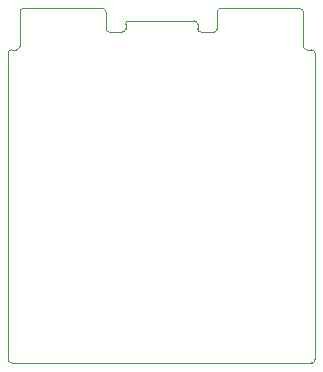
<source format=gbr>
%TF.GenerationSoftware,KiCad,Pcbnew,9.0.4*%
%TF.CreationDate,2025-09-10T10:40:01+02:00*%
%TF.ProjectId,rp2350_gpio_card,72703233-3530-45f6-9770-696f5f636172,X1*%
%TF.SameCoordinates,Original*%
%TF.FileFunction,Profile,NP*%
%FSLAX46Y46*%
G04 Gerber Fmt 4.6, Leading zero omitted, Abs format (unit mm)*
G04 Created by KiCad (PCBNEW 9.0.4) date 2025-09-10 10:40:01*
%MOMM*%
%LPD*%
G01*
G04 APERTURE LIST*
%TA.AperFunction,Profile*%
%ADD10C,0.050000*%
%TD*%
G04 APERTURE END LIST*
D10*
X116555183Y-55946434D02*
X116555183Y-81846434D01*
X90855183Y-82146434D02*
X116255183Y-82146434D01*
X108255183Y-53846434D02*
G75*
G02*
X107955183Y-54146383I-299983J34D01*
G01*
X98555183Y-52146434D02*
G75*
G02*
X98855166Y-52446434I17J-299966D01*
G01*
X108255183Y-53846434D02*
X108255183Y-52446434D01*
X108255183Y-52446434D02*
G75*
G02*
X108555183Y-52146383I300017J34D01*
G01*
X98555183Y-52146434D02*
X91855183Y-52146434D01*
X108555183Y-52146434D02*
X115255183Y-52146434D01*
X90855183Y-82146434D02*
G75*
G02*
X90555166Y-81846434I17J300034D01*
G01*
X107855183Y-54146434D02*
X107955183Y-54146434D01*
X91555183Y-52446434D02*
G75*
G02*
X91855183Y-52146383I300017J34D01*
G01*
X91555183Y-55346434D02*
X91555183Y-52446434D01*
X91555183Y-55346434D02*
G75*
G02*
X91255183Y-55646383I-299983J34D01*
G01*
X90555183Y-55946434D02*
G75*
G02*
X90855183Y-55646383I300017J34D01*
G01*
X90855183Y-55646434D02*
X91255183Y-55646434D01*
X115555183Y-55346434D02*
X115555183Y-52446434D01*
X116255183Y-55646434D02*
G75*
G02*
X116555166Y-55946434I17J-299966D01*
G01*
X115855183Y-55646434D02*
G75*
G02*
X115555166Y-55346434I17J300034D01*
G01*
X115855183Y-55646434D02*
X116255183Y-55646434D01*
X115255183Y-52146434D02*
G75*
G02*
X115555166Y-52446434I17J-299966D01*
G01*
X98855183Y-53846434D02*
X98855183Y-52446434D01*
X116555183Y-81846434D02*
G75*
G02*
X116255183Y-82146383I-299983J34D01*
G01*
X99155183Y-54146434D02*
G75*
G02*
X98855166Y-53846434I17J300034D01*
G01*
X99155183Y-54146434D02*
X99255183Y-54146434D01*
X90555183Y-55946434D02*
X90555183Y-81846434D01*
%TO.C,P1*%
X100205183Y-54146434D02*
X99255183Y-54146434D01*
X100505183Y-53486434D02*
X100505183Y-53846434D01*
X100805183Y-53186434D02*
X106305183Y-53186434D01*
X106605183Y-53486434D02*
X106605183Y-53846434D01*
X106905183Y-54146434D02*
X107855183Y-54146434D01*
X100505183Y-53486434D02*
G75*
G02*
X100805183Y-53186434I300000J0D01*
G01*
X100505183Y-53846434D02*
G75*
G02*
X100205183Y-54146434I-300000J0D01*
G01*
X106305183Y-53186434D02*
G75*
G02*
X106605183Y-53486434I0J-300000D01*
G01*
X106905183Y-54146434D02*
G75*
G02*
X106605183Y-53846434I0J300000D01*
G01*
%TD*%
M02*

</source>
